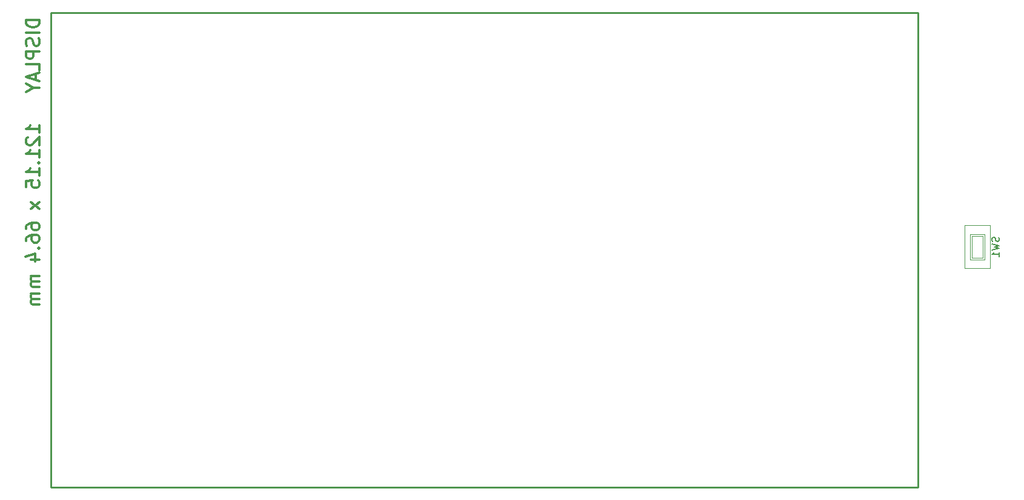
<source format=gbr>
G04 #@! TF.GenerationSoftware,KiCad,Pcbnew,5.0.1-33cea8e~68~ubuntu18.04.1*
G04 #@! TF.CreationDate,2018-11-04T18:28:44+03:00*
G04 #@! TF.ProjectId,AA-PI-Display-Board-RaspberryPi3,41412D50492D446973706C61792D426F,02*
G04 #@! TF.SameCoordinates,Original*
G04 #@! TF.FileFunction,Other,Fab,Bot*
%FSLAX46Y46*%
G04 Gerber Fmt 4.6, Leading zero omitted, Abs format (unit mm)*
G04 Created by KiCad (PCBNEW 5.0.1-33cea8e~68~ubuntu18.04.1) date Sun 04 Nov 2018 18:28:44 MSK*
%MOMM*%
%LPD*%
G01*
G04 APERTURE LIST*
%ADD10C,0.254000*%
%ADD11C,0.375000*%
%ADD12C,0.100000*%
%ADD13C,0.150000*%
G04 APERTURE END LIST*
D10*
X177030000Y-130810000D02*
X55880000Y-130810000D01*
D11*
X54264285Y-65464285D02*
X52464285Y-65464285D01*
X52464285Y-65892857D01*
X52550000Y-66150000D01*
X52721428Y-66321428D01*
X52892857Y-66407142D01*
X53235714Y-66492857D01*
X53492857Y-66492857D01*
X53835714Y-66407142D01*
X54007142Y-66321428D01*
X54178571Y-66150000D01*
X54264285Y-65892857D01*
X54264285Y-65464285D01*
X54264285Y-67264285D02*
X52464285Y-67264285D01*
X54178571Y-68035714D02*
X54264285Y-68292857D01*
X54264285Y-68721428D01*
X54178571Y-68892857D01*
X54092857Y-68978571D01*
X53921428Y-69064285D01*
X53750000Y-69064285D01*
X53578571Y-68978571D01*
X53492857Y-68892857D01*
X53407142Y-68721428D01*
X53321428Y-68378571D01*
X53235714Y-68207142D01*
X53150000Y-68121428D01*
X52978571Y-68035714D01*
X52807142Y-68035714D01*
X52635714Y-68121428D01*
X52550000Y-68207142D01*
X52464285Y-68378571D01*
X52464285Y-68807142D01*
X52550000Y-69064285D01*
X54264285Y-69835714D02*
X52464285Y-69835714D01*
X52464285Y-70521428D01*
X52550000Y-70692857D01*
X52635714Y-70778571D01*
X52807142Y-70864285D01*
X53064285Y-70864285D01*
X53235714Y-70778571D01*
X53321428Y-70692857D01*
X53407142Y-70521428D01*
X53407142Y-69835714D01*
X54264285Y-72492857D02*
X54264285Y-71635714D01*
X52464285Y-71635714D01*
X53750000Y-73007142D02*
X53750000Y-73864285D01*
X54264285Y-72835714D02*
X52464285Y-73435714D01*
X54264285Y-74035714D01*
X53407142Y-74978571D02*
X54264285Y-74978571D01*
X52464285Y-74378571D02*
X53407142Y-74978571D01*
X52464285Y-75578571D01*
X54264285Y-81235714D02*
X54264285Y-80207142D01*
X54264285Y-80721428D02*
X52464285Y-80721428D01*
X52721428Y-80550000D01*
X52892857Y-80378571D01*
X52978571Y-80207142D01*
X52635714Y-81921428D02*
X52550000Y-82007142D01*
X52464285Y-82178571D01*
X52464285Y-82607142D01*
X52550000Y-82778571D01*
X52635714Y-82864285D01*
X52807142Y-82950000D01*
X52978571Y-82950000D01*
X53235714Y-82864285D01*
X54264285Y-81835714D01*
X54264285Y-82950000D01*
X54264285Y-84664285D02*
X54264285Y-83635714D01*
X54264285Y-84150000D02*
X52464285Y-84150000D01*
X52721428Y-83978571D01*
X52892857Y-83807142D01*
X52978571Y-83635714D01*
X54092857Y-85435714D02*
X54178571Y-85521428D01*
X54264285Y-85435714D01*
X54178571Y-85350000D01*
X54092857Y-85435714D01*
X54264285Y-85435714D01*
X54264285Y-87235714D02*
X54264285Y-86207142D01*
X54264285Y-86721428D02*
X52464285Y-86721428D01*
X52721428Y-86550000D01*
X52892857Y-86378571D01*
X52978571Y-86207142D01*
X52464285Y-88864285D02*
X52464285Y-88007142D01*
X53321428Y-87921428D01*
X53235714Y-88007142D01*
X53150000Y-88178571D01*
X53150000Y-88607142D01*
X53235714Y-88778571D01*
X53321428Y-88864285D01*
X53492857Y-88950000D01*
X53921428Y-88950000D01*
X54092857Y-88864285D01*
X54178571Y-88778571D01*
X54264285Y-88607142D01*
X54264285Y-88178571D01*
X54178571Y-88007142D01*
X54092857Y-87921428D01*
X54264285Y-90921428D02*
X53064285Y-91864285D01*
X53064285Y-90921428D02*
X54264285Y-91864285D01*
X52464285Y-94692857D02*
X52464285Y-94350000D01*
X52550000Y-94178571D01*
X52635714Y-94092857D01*
X52892857Y-93921428D01*
X53235714Y-93835714D01*
X53921428Y-93835714D01*
X54092857Y-93921428D01*
X54178571Y-94007142D01*
X54264285Y-94178571D01*
X54264285Y-94521428D01*
X54178571Y-94692857D01*
X54092857Y-94778571D01*
X53921428Y-94864285D01*
X53492857Y-94864285D01*
X53321428Y-94778571D01*
X53235714Y-94692857D01*
X53150000Y-94521428D01*
X53150000Y-94178571D01*
X53235714Y-94007142D01*
X53321428Y-93921428D01*
X53492857Y-93835714D01*
X52464285Y-96407142D02*
X52464285Y-96064285D01*
X52550000Y-95892857D01*
X52635714Y-95807142D01*
X52892857Y-95635714D01*
X53235714Y-95550000D01*
X53921428Y-95550000D01*
X54092857Y-95635714D01*
X54178571Y-95721428D01*
X54264285Y-95892857D01*
X54264285Y-96235714D01*
X54178571Y-96407142D01*
X54092857Y-96492857D01*
X53921428Y-96578571D01*
X53492857Y-96578571D01*
X53321428Y-96492857D01*
X53235714Y-96407142D01*
X53150000Y-96235714D01*
X53150000Y-95892857D01*
X53235714Y-95721428D01*
X53321428Y-95635714D01*
X53492857Y-95550000D01*
X54092857Y-97350000D02*
X54178571Y-97435714D01*
X54264285Y-97350000D01*
X54178571Y-97264285D01*
X54092857Y-97350000D01*
X54264285Y-97350000D01*
X53064285Y-98978571D02*
X54264285Y-98978571D01*
X52378571Y-98550000D02*
X53664285Y-98121428D01*
X53664285Y-99235714D01*
X54264285Y-101292857D02*
X53064285Y-101292857D01*
X53235714Y-101292857D02*
X53150000Y-101378571D01*
X53064285Y-101550000D01*
X53064285Y-101807142D01*
X53150000Y-101978571D01*
X53321428Y-102064285D01*
X54264285Y-102064285D01*
X53321428Y-102064285D02*
X53150000Y-102150000D01*
X53064285Y-102321428D01*
X53064285Y-102578571D01*
X53150000Y-102750000D01*
X53321428Y-102835714D01*
X54264285Y-102835714D01*
X54264285Y-103692857D02*
X53064285Y-103692857D01*
X53235714Y-103692857D02*
X53150000Y-103778571D01*
X53064285Y-103950000D01*
X53064285Y-104207142D01*
X53150000Y-104378571D01*
X53321428Y-104464285D01*
X54264285Y-104464285D01*
X53321428Y-104464285D02*
X53150000Y-104550000D01*
X53064285Y-104721428D01*
X53064285Y-104978571D01*
X53150000Y-105150000D01*
X53321428Y-105235714D01*
X54264285Y-105235714D01*
D10*
X177030000Y-64410000D02*
X177030000Y-130810000D01*
X55880000Y-64410000D02*
X177030000Y-64410000D01*
X55880000Y-130810000D02*
X55880000Y-64410000D01*
D12*
G04 #@! TO.C,SW1*
X186350000Y-98950000D02*
X186350000Y-95450000D01*
X186350000Y-95450000D02*
X184350000Y-95450000D01*
X184350000Y-95450000D02*
X184350000Y-98950000D01*
X184350000Y-98950000D02*
X186350000Y-98950000D01*
X184550000Y-98700000D02*
X184550000Y-95700000D01*
X186150000Y-98700000D02*
X186150000Y-95700000D01*
X186150000Y-95700000D02*
X184550000Y-95700000D01*
X186150000Y-98700000D02*
X184550000Y-98700000D01*
X183550000Y-100200000D02*
X183550000Y-94200000D01*
X187150000Y-100200000D02*
X187150000Y-94200000D01*
X187150000Y-100200000D02*
X183550000Y-100200000D01*
X187150000Y-94200000D02*
X183550000Y-94200000D01*
G04 #@! TD*
G04 #@! TO.C,SW1*
D13*
X188354761Y-95866666D02*
X188402380Y-96009523D01*
X188402380Y-96247619D01*
X188354761Y-96342857D01*
X188307142Y-96390476D01*
X188211904Y-96438095D01*
X188116666Y-96438095D01*
X188021428Y-96390476D01*
X187973809Y-96342857D01*
X187926190Y-96247619D01*
X187878571Y-96057142D01*
X187830952Y-95961904D01*
X187783333Y-95914285D01*
X187688095Y-95866666D01*
X187592857Y-95866666D01*
X187497619Y-95914285D01*
X187450000Y-95961904D01*
X187402380Y-96057142D01*
X187402380Y-96295238D01*
X187450000Y-96438095D01*
X187402380Y-96771428D02*
X188402380Y-97009523D01*
X187688095Y-97200000D01*
X188402380Y-97390476D01*
X187402380Y-97628571D01*
X188402380Y-98533333D02*
X188402380Y-97961904D01*
X188402380Y-98247619D02*
X187402380Y-98247619D01*
X187545238Y-98152380D01*
X187640476Y-98057142D01*
X187688095Y-97961904D01*
G04 #@! TD*
M02*

</source>
